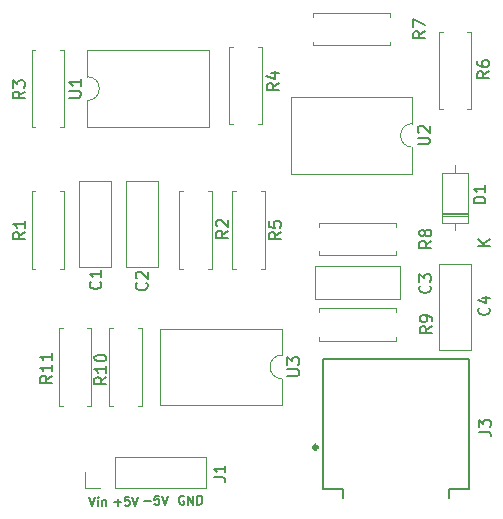
<source format=gbr>
%TF.GenerationSoftware,KiCad,Pcbnew,(6.0.6-0)*%
%TF.CreationDate,2022-08-05T14:47:47+04:00*%
%TF.ProjectId,AM Radio Receiver,414d2052-6164-4696-9f20-526563656976,rev?*%
%TF.SameCoordinates,Original*%
%TF.FileFunction,Legend,Top*%
%TF.FilePolarity,Positive*%
%FSLAX46Y46*%
G04 Gerber Fmt 4.6, Leading zero omitted, Abs format (unit mm)*
G04 Created by KiCad (PCBNEW (6.0.6-0)) date 2022-08-05 14:47:47*
%MOMM*%
%LPD*%
G01*
G04 APERTURE LIST*
%ADD10C,0.150000*%
%ADD11C,0.120000*%
%ADD12C,0.127000*%
%ADD13C,0.340000*%
G04 APERTURE END LIST*
D10*
X41635714Y-86953571D02*
X42207142Y-86953571D01*
X42921428Y-86489285D02*
X42564285Y-86489285D01*
X42528571Y-86846428D01*
X42564285Y-86810714D01*
X42635714Y-86775000D01*
X42814285Y-86775000D01*
X42885714Y-86810714D01*
X42921428Y-86846428D01*
X42957142Y-86917857D01*
X42957142Y-87096428D01*
X42921428Y-87167857D01*
X42885714Y-87203571D01*
X42814285Y-87239285D01*
X42635714Y-87239285D01*
X42564285Y-87203571D01*
X42528571Y-87167857D01*
X43171428Y-86489285D02*
X43421428Y-87239285D01*
X43671428Y-86489285D01*
X45028571Y-86525000D02*
X44957142Y-86489285D01*
X44850000Y-86489285D01*
X44742857Y-86525000D01*
X44671428Y-86596428D01*
X44635714Y-86667857D01*
X44600000Y-86810714D01*
X44600000Y-86917857D01*
X44635714Y-87060714D01*
X44671428Y-87132142D01*
X44742857Y-87203571D01*
X44850000Y-87239285D01*
X44921428Y-87239285D01*
X45028571Y-87203571D01*
X45064285Y-87167857D01*
X45064285Y-86917857D01*
X44921428Y-86917857D01*
X45385714Y-87239285D02*
X45385714Y-86489285D01*
X45814285Y-87239285D01*
X45814285Y-86489285D01*
X46171428Y-87239285D02*
X46171428Y-86489285D01*
X46350000Y-86489285D01*
X46457142Y-86525000D01*
X46528571Y-86596428D01*
X46564285Y-86667857D01*
X46600000Y-86810714D01*
X46600000Y-86917857D01*
X46564285Y-87060714D01*
X46528571Y-87132142D01*
X46457142Y-87203571D01*
X46350000Y-87239285D01*
X46171428Y-87239285D01*
X37032142Y-86589285D02*
X37282142Y-87339285D01*
X37532142Y-86589285D01*
X37782142Y-87339285D02*
X37782142Y-86839285D01*
X37782142Y-86589285D02*
X37746428Y-86625000D01*
X37782142Y-86660714D01*
X37817857Y-86625000D01*
X37782142Y-86589285D01*
X37782142Y-86660714D01*
X38139285Y-86839285D02*
X38139285Y-87339285D01*
X38139285Y-86910714D02*
X38175000Y-86875000D01*
X38246428Y-86839285D01*
X38353571Y-86839285D01*
X38425000Y-86875000D01*
X38460714Y-86946428D01*
X38460714Y-87339285D01*
X39135714Y-87053571D02*
X39707142Y-87053571D01*
X39421428Y-87339285D02*
X39421428Y-86767857D01*
X40421428Y-86589285D02*
X40064285Y-86589285D01*
X40028571Y-86946428D01*
X40064285Y-86910714D01*
X40135714Y-86875000D01*
X40314285Y-86875000D01*
X40385714Y-86910714D01*
X40421428Y-86946428D01*
X40457142Y-87017857D01*
X40457142Y-87196428D01*
X40421428Y-87267857D01*
X40385714Y-87303571D01*
X40314285Y-87339285D01*
X40135714Y-87339285D01*
X40064285Y-87303571D01*
X40028571Y-87267857D01*
X40671428Y-86589285D02*
X40921428Y-87339285D01*
X41171428Y-86589285D01*
%TO.C,R1*%
X31582380Y-64166666D02*
X31106190Y-64500000D01*
X31582380Y-64738095D02*
X30582380Y-64738095D01*
X30582380Y-64357142D01*
X30630000Y-64261904D01*
X30677619Y-64214285D01*
X30772857Y-64166666D01*
X30915714Y-64166666D01*
X31010952Y-64214285D01*
X31058571Y-64261904D01*
X31106190Y-64357142D01*
X31106190Y-64738095D01*
X31582380Y-63214285D02*
X31582380Y-63785714D01*
X31582380Y-63500000D02*
X30582380Y-63500000D01*
X30725238Y-63595238D01*
X30820476Y-63690476D01*
X30868095Y-63785714D01*
%TO.C,R8*%
X65977380Y-64916666D02*
X65501190Y-65250000D01*
X65977380Y-65488095D02*
X64977380Y-65488095D01*
X64977380Y-65107142D01*
X65025000Y-65011904D01*
X65072619Y-64964285D01*
X65167857Y-64916666D01*
X65310714Y-64916666D01*
X65405952Y-64964285D01*
X65453571Y-65011904D01*
X65501190Y-65107142D01*
X65501190Y-65488095D01*
X65405952Y-64345238D02*
X65358333Y-64440476D01*
X65310714Y-64488095D01*
X65215476Y-64535714D01*
X65167857Y-64535714D01*
X65072619Y-64488095D01*
X65025000Y-64440476D01*
X64977380Y-64345238D01*
X64977380Y-64154761D01*
X65025000Y-64059523D01*
X65072619Y-64011904D01*
X65167857Y-63964285D01*
X65215476Y-63964285D01*
X65310714Y-64011904D01*
X65358333Y-64059523D01*
X65405952Y-64154761D01*
X65405952Y-64345238D01*
X65453571Y-64440476D01*
X65501190Y-64488095D01*
X65596428Y-64535714D01*
X65786904Y-64535714D01*
X65882142Y-64488095D01*
X65929761Y-64440476D01*
X65977380Y-64345238D01*
X65977380Y-64154761D01*
X65929761Y-64059523D01*
X65882142Y-64011904D01*
X65786904Y-63964285D01*
X65596428Y-63964285D01*
X65501190Y-64011904D01*
X65453571Y-64059523D01*
X65405952Y-64154761D01*
%TO.C,C2*%
X41857142Y-68466666D02*
X41904761Y-68514285D01*
X41952380Y-68657142D01*
X41952380Y-68752380D01*
X41904761Y-68895238D01*
X41809523Y-68990476D01*
X41714285Y-69038095D01*
X41523809Y-69085714D01*
X41380952Y-69085714D01*
X41190476Y-69038095D01*
X41095238Y-68990476D01*
X41000000Y-68895238D01*
X40952380Y-68752380D01*
X40952380Y-68657142D01*
X41000000Y-68514285D01*
X41047619Y-68466666D01*
X41047619Y-68085714D02*
X41000000Y-68038095D01*
X40952380Y-67942857D01*
X40952380Y-67704761D01*
X41000000Y-67609523D01*
X41047619Y-67561904D01*
X41142857Y-67514285D01*
X41238095Y-67514285D01*
X41380952Y-67561904D01*
X41952380Y-68133333D01*
X41952380Y-67514285D01*
%TO.C,C1*%
X37957142Y-68366666D02*
X38004761Y-68414285D01*
X38052380Y-68557142D01*
X38052380Y-68652380D01*
X38004761Y-68795238D01*
X37909523Y-68890476D01*
X37814285Y-68938095D01*
X37623809Y-68985714D01*
X37480952Y-68985714D01*
X37290476Y-68938095D01*
X37195238Y-68890476D01*
X37100000Y-68795238D01*
X37052380Y-68652380D01*
X37052380Y-68557142D01*
X37100000Y-68414285D01*
X37147619Y-68366666D01*
X38052380Y-67414285D02*
X38052380Y-67985714D01*
X38052380Y-67700000D02*
X37052380Y-67700000D01*
X37195238Y-67795238D01*
X37290476Y-67890476D01*
X37338095Y-67985714D01*
%TO.C,R5*%
X53252380Y-64166666D02*
X52776190Y-64500000D01*
X53252380Y-64738095D02*
X52252380Y-64738095D01*
X52252380Y-64357142D01*
X52300000Y-64261904D01*
X52347619Y-64214285D01*
X52442857Y-64166666D01*
X52585714Y-64166666D01*
X52680952Y-64214285D01*
X52728571Y-64261904D01*
X52776190Y-64357142D01*
X52776190Y-64738095D01*
X52252380Y-63261904D02*
X52252380Y-63738095D01*
X52728571Y-63785714D01*
X52680952Y-63738095D01*
X52633333Y-63642857D01*
X52633333Y-63404761D01*
X52680952Y-63309523D01*
X52728571Y-63261904D01*
X52823809Y-63214285D01*
X53061904Y-63214285D01*
X53157142Y-63261904D01*
X53204761Y-63309523D01*
X53252380Y-63404761D01*
X53252380Y-63642857D01*
X53204761Y-63738095D01*
X53157142Y-63785714D01*
%TO.C,C4*%
X70857142Y-70566666D02*
X70904761Y-70614285D01*
X70952380Y-70757142D01*
X70952380Y-70852380D01*
X70904761Y-70995238D01*
X70809523Y-71090476D01*
X70714285Y-71138095D01*
X70523809Y-71185714D01*
X70380952Y-71185714D01*
X70190476Y-71138095D01*
X70095238Y-71090476D01*
X70000000Y-70995238D01*
X69952380Y-70852380D01*
X69952380Y-70757142D01*
X70000000Y-70614285D01*
X70047619Y-70566666D01*
X70285714Y-69709523D02*
X70952380Y-69709523D01*
X69904761Y-69947619D02*
X70619047Y-70185714D01*
X70619047Y-69566666D01*
%TO.C,J1*%
X47552380Y-84933333D02*
X48266666Y-84933333D01*
X48409523Y-84980952D01*
X48504761Y-85076190D01*
X48552380Y-85219047D01*
X48552380Y-85314285D01*
X48552380Y-83933333D02*
X48552380Y-84504761D01*
X48552380Y-84219047D02*
X47552380Y-84219047D01*
X47695238Y-84314285D01*
X47790476Y-84409523D01*
X47838095Y-84504761D01*
%TO.C,R10*%
X38452380Y-76442857D02*
X37976190Y-76776190D01*
X38452380Y-77014285D02*
X37452380Y-77014285D01*
X37452380Y-76633333D01*
X37500000Y-76538095D01*
X37547619Y-76490476D01*
X37642857Y-76442857D01*
X37785714Y-76442857D01*
X37880952Y-76490476D01*
X37928571Y-76538095D01*
X37976190Y-76633333D01*
X37976190Y-77014285D01*
X38452380Y-75490476D02*
X38452380Y-76061904D01*
X38452380Y-75776190D02*
X37452380Y-75776190D01*
X37595238Y-75871428D01*
X37690476Y-75966666D01*
X37738095Y-76061904D01*
X37452380Y-74871428D02*
X37452380Y-74776190D01*
X37500000Y-74680952D01*
X37547619Y-74633333D01*
X37642857Y-74585714D01*
X37833333Y-74538095D01*
X38071428Y-74538095D01*
X38261904Y-74585714D01*
X38357142Y-74633333D01*
X38404761Y-74680952D01*
X38452380Y-74776190D01*
X38452380Y-74871428D01*
X38404761Y-74966666D01*
X38357142Y-75014285D01*
X38261904Y-75061904D01*
X38071428Y-75109523D01*
X37833333Y-75109523D01*
X37642857Y-75061904D01*
X37547619Y-75014285D01*
X37500000Y-74966666D01*
X37452380Y-74871428D01*
%TO.C,U3*%
X53782380Y-76341904D02*
X54591904Y-76341904D01*
X54687142Y-76294285D01*
X54734761Y-76246666D01*
X54782380Y-76151428D01*
X54782380Y-75960952D01*
X54734761Y-75865714D01*
X54687142Y-75818095D01*
X54591904Y-75770476D01*
X53782380Y-75770476D01*
X53782380Y-75389523D02*
X53782380Y-74770476D01*
X54163333Y-75103809D01*
X54163333Y-74960952D01*
X54210952Y-74865714D01*
X54258571Y-74818095D01*
X54353809Y-74770476D01*
X54591904Y-74770476D01*
X54687142Y-74818095D01*
X54734761Y-74865714D01*
X54782380Y-74960952D01*
X54782380Y-75246666D01*
X54734761Y-75341904D01*
X54687142Y-75389523D01*
%TO.C,R11*%
X33852380Y-76342857D02*
X33376190Y-76676190D01*
X33852380Y-76914285D02*
X32852380Y-76914285D01*
X32852380Y-76533333D01*
X32900000Y-76438095D01*
X32947619Y-76390476D01*
X33042857Y-76342857D01*
X33185714Y-76342857D01*
X33280952Y-76390476D01*
X33328571Y-76438095D01*
X33376190Y-76533333D01*
X33376190Y-76914285D01*
X33852380Y-75390476D02*
X33852380Y-75961904D01*
X33852380Y-75676190D02*
X32852380Y-75676190D01*
X32995238Y-75771428D01*
X33090476Y-75866666D01*
X33138095Y-75961904D01*
X33852380Y-74438095D02*
X33852380Y-75009523D01*
X33852380Y-74723809D02*
X32852380Y-74723809D01*
X32995238Y-74819047D01*
X33090476Y-74914285D01*
X33138095Y-75009523D01*
%TO.C,U1*%
X35322380Y-52781904D02*
X36131904Y-52781904D01*
X36227142Y-52734285D01*
X36274761Y-52686666D01*
X36322380Y-52591428D01*
X36322380Y-52400952D01*
X36274761Y-52305714D01*
X36227142Y-52258095D01*
X36131904Y-52210476D01*
X35322380Y-52210476D01*
X36322380Y-51210476D02*
X36322380Y-51781904D01*
X36322380Y-51496190D02*
X35322380Y-51496190D01*
X35465238Y-51591428D01*
X35560476Y-51686666D01*
X35608095Y-51781904D01*
%TO.C,R4*%
X53052380Y-51566666D02*
X52576190Y-51900000D01*
X53052380Y-52138095D02*
X52052380Y-52138095D01*
X52052380Y-51757142D01*
X52100000Y-51661904D01*
X52147619Y-51614285D01*
X52242857Y-51566666D01*
X52385714Y-51566666D01*
X52480952Y-51614285D01*
X52528571Y-51661904D01*
X52576190Y-51757142D01*
X52576190Y-52138095D01*
X52385714Y-50709523D02*
X53052380Y-50709523D01*
X52004761Y-50947619D02*
X52719047Y-51185714D01*
X52719047Y-50566666D01*
%TO.C,U2*%
X64832380Y-56741904D02*
X65641904Y-56741904D01*
X65737142Y-56694285D01*
X65784761Y-56646666D01*
X65832380Y-56551428D01*
X65832380Y-56360952D01*
X65784761Y-56265714D01*
X65737142Y-56218095D01*
X65641904Y-56170476D01*
X64832380Y-56170476D01*
X64927619Y-55741904D02*
X64880000Y-55694285D01*
X64832380Y-55599047D01*
X64832380Y-55360952D01*
X64880000Y-55265714D01*
X64927619Y-55218095D01*
X65022857Y-55170476D01*
X65118095Y-55170476D01*
X65260952Y-55218095D01*
X65832380Y-55789523D01*
X65832380Y-55170476D01*
%TO.C,R2*%
X48752380Y-64066666D02*
X48276190Y-64400000D01*
X48752380Y-64638095D02*
X47752380Y-64638095D01*
X47752380Y-64257142D01*
X47800000Y-64161904D01*
X47847619Y-64114285D01*
X47942857Y-64066666D01*
X48085714Y-64066666D01*
X48180952Y-64114285D01*
X48228571Y-64161904D01*
X48276190Y-64257142D01*
X48276190Y-64638095D01*
X47847619Y-63685714D02*
X47800000Y-63638095D01*
X47752380Y-63542857D01*
X47752380Y-63304761D01*
X47800000Y-63209523D01*
X47847619Y-63161904D01*
X47942857Y-63114285D01*
X48038095Y-63114285D01*
X48180952Y-63161904D01*
X48752380Y-63733333D01*
X48752380Y-63114285D01*
%TO.C,R3*%
X31552380Y-52266666D02*
X31076190Y-52600000D01*
X31552380Y-52838095D02*
X30552380Y-52838095D01*
X30552380Y-52457142D01*
X30600000Y-52361904D01*
X30647619Y-52314285D01*
X30742857Y-52266666D01*
X30885714Y-52266666D01*
X30980952Y-52314285D01*
X31028571Y-52361904D01*
X31076190Y-52457142D01*
X31076190Y-52838095D01*
X30552380Y-51933333D02*
X30552380Y-51314285D01*
X30933333Y-51647619D01*
X30933333Y-51504761D01*
X30980952Y-51409523D01*
X31028571Y-51361904D01*
X31123809Y-51314285D01*
X31361904Y-51314285D01*
X31457142Y-51361904D01*
X31504761Y-51409523D01*
X31552380Y-51504761D01*
X31552380Y-51790476D01*
X31504761Y-51885714D01*
X31457142Y-51933333D01*
%TO.C,R6*%
X70852380Y-50566666D02*
X70376190Y-50900000D01*
X70852380Y-51138095D02*
X69852380Y-51138095D01*
X69852380Y-50757142D01*
X69900000Y-50661904D01*
X69947619Y-50614285D01*
X70042857Y-50566666D01*
X70185714Y-50566666D01*
X70280952Y-50614285D01*
X70328571Y-50661904D01*
X70376190Y-50757142D01*
X70376190Y-51138095D01*
X69852380Y-49709523D02*
X69852380Y-49900000D01*
X69900000Y-49995238D01*
X69947619Y-50042857D01*
X70090476Y-50138095D01*
X70280952Y-50185714D01*
X70661904Y-50185714D01*
X70757142Y-50138095D01*
X70804761Y-50090476D01*
X70852380Y-49995238D01*
X70852380Y-49804761D01*
X70804761Y-49709523D01*
X70757142Y-49661904D01*
X70661904Y-49614285D01*
X70423809Y-49614285D01*
X70328571Y-49661904D01*
X70280952Y-49709523D01*
X70233333Y-49804761D01*
X70233333Y-49995238D01*
X70280952Y-50090476D01*
X70328571Y-50138095D01*
X70423809Y-50185714D01*
%TO.C,D1*%
X70552380Y-61738095D02*
X69552380Y-61738095D01*
X69552380Y-61500000D01*
X69600000Y-61357142D01*
X69695238Y-61261904D01*
X69790476Y-61214285D01*
X69980952Y-61166666D01*
X70123809Y-61166666D01*
X70314285Y-61214285D01*
X70409523Y-61261904D01*
X70504761Y-61357142D01*
X70552380Y-61500000D01*
X70552380Y-61738095D01*
X70552380Y-60214285D02*
X70552380Y-60785714D01*
X70552380Y-60500000D02*
X69552380Y-60500000D01*
X69695238Y-60595238D01*
X69790476Y-60690476D01*
X69838095Y-60785714D01*
X70952380Y-65321904D02*
X69952380Y-65321904D01*
X70952380Y-64750476D02*
X70380952Y-65179047D01*
X69952380Y-64750476D02*
X70523809Y-65321904D01*
%TO.C,R7*%
X65452380Y-47166666D02*
X64976190Y-47500000D01*
X65452380Y-47738095D02*
X64452380Y-47738095D01*
X64452380Y-47357142D01*
X64500000Y-47261904D01*
X64547619Y-47214285D01*
X64642857Y-47166666D01*
X64785714Y-47166666D01*
X64880952Y-47214285D01*
X64928571Y-47261904D01*
X64976190Y-47357142D01*
X64976190Y-47738095D01*
X64452380Y-46833333D02*
X64452380Y-46166666D01*
X65452380Y-46595238D01*
%TO.C,C3*%
X65857142Y-68691666D02*
X65904761Y-68739285D01*
X65952380Y-68882142D01*
X65952380Y-68977380D01*
X65904761Y-69120238D01*
X65809523Y-69215476D01*
X65714285Y-69263095D01*
X65523809Y-69310714D01*
X65380952Y-69310714D01*
X65190476Y-69263095D01*
X65095238Y-69215476D01*
X65000000Y-69120238D01*
X64952380Y-68977380D01*
X64952380Y-68882142D01*
X65000000Y-68739285D01*
X65047619Y-68691666D01*
X64952380Y-68358333D02*
X64952380Y-67739285D01*
X65333333Y-68072619D01*
X65333333Y-67929761D01*
X65380952Y-67834523D01*
X65428571Y-67786904D01*
X65523809Y-67739285D01*
X65761904Y-67739285D01*
X65857142Y-67786904D01*
X65904761Y-67834523D01*
X65952380Y-67929761D01*
X65952380Y-68215476D01*
X65904761Y-68310714D01*
X65857142Y-68358333D01*
%TO.C,J3*%
X70002160Y-81058467D02*
X70716733Y-81058467D01*
X70859648Y-81106105D01*
X70954924Y-81201381D01*
X71002562Y-81344296D01*
X71002562Y-81439572D01*
X70002160Y-80677361D02*
X70002160Y-80058065D01*
X70383266Y-80391532D01*
X70383266Y-80248618D01*
X70430904Y-80153341D01*
X70478542Y-80105703D01*
X70573819Y-80058065D01*
X70812010Y-80058065D01*
X70907286Y-80105703D01*
X70954924Y-80153341D01*
X71002562Y-80248618D01*
X71002562Y-80534447D01*
X70954924Y-80629723D01*
X70907286Y-80677361D01*
%TO.C,R9*%
X66002380Y-72141666D02*
X65526190Y-72475000D01*
X66002380Y-72713095D02*
X65002380Y-72713095D01*
X65002380Y-72332142D01*
X65050000Y-72236904D01*
X65097619Y-72189285D01*
X65192857Y-72141666D01*
X65335714Y-72141666D01*
X65430952Y-72189285D01*
X65478571Y-72236904D01*
X65526190Y-72332142D01*
X65526190Y-72713095D01*
X66002380Y-71665476D02*
X66002380Y-71475000D01*
X65954761Y-71379761D01*
X65907142Y-71332142D01*
X65764285Y-71236904D01*
X65573809Y-71189285D01*
X65192857Y-71189285D01*
X65097619Y-71236904D01*
X65050000Y-71284523D01*
X65002380Y-71379761D01*
X65002380Y-71570238D01*
X65050000Y-71665476D01*
X65097619Y-71713095D01*
X65192857Y-71760714D01*
X65430952Y-71760714D01*
X65526190Y-71713095D01*
X65573809Y-71665476D01*
X65621428Y-71570238D01*
X65621428Y-71379761D01*
X65573809Y-71284523D01*
X65526190Y-71236904D01*
X65430952Y-71189285D01*
D11*
%TO.C,R1*%
X34870000Y-60730000D02*
X34540000Y-60730000D01*
X34540000Y-67270000D02*
X34870000Y-67270000D01*
X32130000Y-60730000D02*
X32460000Y-60730000D01*
X32130000Y-67270000D02*
X32130000Y-60730000D01*
X32460000Y-67270000D02*
X32130000Y-67270000D01*
X34870000Y-67270000D02*
X34870000Y-60730000D01*
%TO.C,R8*%
X63020000Y-66120000D02*
X56480000Y-66120000D01*
X56480000Y-63380000D02*
X56480000Y-63710000D01*
X63020000Y-63710000D02*
X63020000Y-63380000D01*
X63020000Y-63380000D02*
X56480000Y-63380000D01*
X56480000Y-66120000D02*
X56480000Y-65790000D01*
X63020000Y-65790000D02*
X63020000Y-66120000D01*
%TO.C,C2*%
X42870000Y-59880000D02*
X40130000Y-59880000D01*
X40130000Y-59880000D02*
X40130000Y-67120000D01*
X42870000Y-59880000D02*
X42870000Y-67120000D01*
X42870000Y-67120000D02*
X40130000Y-67120000D01*
%TO.C,C1*%
X38870000Y-59880000D02*
X38870000Y-67120000D01*
X38870000Y-67120000D02*
X36130000Y-67120000D01*
X38870000Y-59880000D02*
X36130000Y-59880000D01*
X36130000Y-59880000D02*
X36130000Y-67120000D01*
%TO.C,R5*%
X51540000Y-60730000D02*
X51870000Y-60730000D01*
X49460000Y-60730000D02*
X49130000Y-60730000D01*
X51870000Y-67270000D02*
X51540000Y-67270000D01*
X51870000Y-60730000D02*
X51870000Y-67270000D01*
X49130000Y-60730000D02*
X49130000Y-67270000D01*
X49130000Y-67270000D02*
X49460000Y-67270000D01*
%TO.C,C4*%
X66630000Y-74120000D02*
X69370000Y-74120000D01*
X69370000Y-74120000D02*
X69370000Y-66880000D01*
X66630000Y-74120000D02*
X66630000Y-66880000D01*
X66630000Y-66880000D02*
X69370000Y-66880000D01*
%TO.C,J1*%
X46910000Y-85830000D02*
X46910000Y-83170000D01*
X36630000Y-85830000D02*
X36630000Y-84500000D01*
X39230000Y-85830000D02*
X46910000Y-85830000D01*
X39230000Y-83170000D02*
X46910000Y-83170000D01*
X39230000Y-85830000D02*
X39230000Y-83170000D01*
X37960000Y-85830000D02*
X36630000Y-85830000D01*
%TO.C,R10*%
X38730000Y-72330000D02*
X39060000Y-72330000D01*
X41140000Y-78870000D02*
X41470000Y-78870000D01*
X38730000Y-78870000D02*
X38730000Y-72330000D01*
X41470000Y-78870000D02*
X41470000Y-72330000D01*
X39060000Y-78870000D02*
X38730000Y-78870000D01*
X41470000Y-72330000D02*
X41140000Y-72330000D01*
%TO.C,U3*%
X53330000Y-78815000D02*
X53330000Y-76580000D01*
X53330000Y-74580000D02*
X53330000Y-72345000D01*
X43050000Y-78815000D02*
X53330000Y-78815000D01*
X53330000Y-72345000D02*
X43050000Y-72345000D01*
X43050000Y-72345000D02*
X43050000Y-78815000D01*
X53330000Y-74580000D02*
G75*
G03*
X53330000Y-76580000I0J-1000000D01*
G01*
%TO.C,R11*%
X37170000Y-72330000D02*
X37170000Y-78870000D01*
X37170000Y-78870000D02*
X36840000Y-78870000D01*
X36840000Y-72330000D02*
X37170000Y-72330000D01*
X34430000Y-72330000D02*
X34430000Y-78870000D01*
X34760000Y-72330000D02*
X34430000Y-72330000D01*
X34430000Y-78870000D02*
X34760000Y-78870000D01*
%TO.C,U1*%
X36870000Y-55255000D02*
X47150000Y-55255000D01*
X47150000Y-48785000D02*
X36870000Y-48785000D01*
X47150000Y-55255000D02*
X47150000Y-48785000D01*
X36870000Y-53020000D02*
X36870000Y-55255000D01*
X36870000Y-48785000D02*
X36870000Y-51020000D01*
X36870000Y-53020000D02*
G75*
G03*
X36870000Y-51020000I0J1000000D01*
G01*
%TO.C,R4*%
X48880000Y-55020000D02*
X49210000Y-55020000D01*
X48880000Y-48480000D02*
X48880000Y-55020000D01*
X51620000Y-48480000D02*
X51620000Y-55020000D01*
X51620000Y-55020000D02*
X51290000Y-55020000D01*
X51290000Y-48480000D02*
X51620000Y-48480000D01*
X49210000Y-48480000D02*
X48880000Y-48480000D01*
%TO.C,U2*%
X64380000Y-59215000D02*
X64380000Y-56980000D01*
X64380000Y-54980000D02*
X64380000Y-52745000D01*
X64380000Y-52745000D02*
X54100000Y-52745000D01*
X54100000Y-59215000D02*
X64380000Y-59215000D01*
X54100000Y-52745000D02*
X54100000Y-59215000D01*
X64380000Y-54980000D02*
G75*
G03*
X64380000Y-56980000I0J-1000000D01*
G01*
%TO.C,R2*%
X47040000Y-67270000D02*
X47370000Y-67270000D01*
X44630000Y-67270000D02*
X44630000Y-60730000D01*
X47370000Y-60730000D02*
X47040000Y-60730000D01*
X47370000Y-67270000D02*
X47370000Y-60730000D01*
X44630000Y-60730000D02*
X44960000Y-60730000D01*
X44960000Y-67270000D02*
X44630000Y-67270000D01*
%TO.C,R3*%
X34870000Y-48730000D02*
X34870000Y-55270000D01*
X32130000Y-55270000D02*
X32460000Y-55270000D01*
X34540000Y-48730000D02*
X34870000Y-48730000D01*
X34870000Y-55270000D02*
X34540000Y-55270000D01*
X32460000Y-48730000D02*
X32130000Y-48730000D01*
X32130000Y-48730000D02*
X32130000Y-55270000D01*
%TO.C,R6*%
X66630000Y-53770000D02*
X66630000Y-47230000D01*
X69370000Y-53770000D02*
X69370000Y-47230000D01*
X66630000Y-47230000D02*
X66960000Y-47230000D01*
X66960000Y-53770000D02*
X66630000Y-53770000D01*
X69370000Y-47230000D02*
X69040000Y-47230000D01*
X69040000Y-53770000D02*
X69370000Y-53770000D01*
%TO.C,D1*%
X66880000Y-62770000D02*
X69120000Y-62770000D01*
X66880000Y-63370000D02*
X69120000Y-63370000D01*
X66880000Y-62530000D02*
X69120000Y-62530000D01*
X66880000Y-62650000D02*
X69120000Y-62650000D01*
X68000000Y-58480000D02*
X68000000Y-59130000D01*
X69120000Y-59130000D02*
X66880000Y-59130000D01*
X68000000Y-64020000D02*
X68000000Y-63370000D01*
X66880000Y-59130000D02*
X66880000Y-63370000D01*
X69120000Y-63370000D02*
X69120000Y-59130000D01*
%TO.C,R7*%
X55980000Y-48370000D02*
X55980000Y-48040000D01*
X62520000Y-45960000D02*
X62520000Y-45630000D01*
X62520000Y-48370000D02*
X55980000Y-48370000D01*
X62520000Y-48040000D02*
X62520000Y-48370000D01*
X55980000Y-45630000D02*
X55980000Y-45960000D01*
X62520000Y-45630000D02*
X55980000Y-45630000D01*
%TO.C,C3*%
X56130000Y-67080000D02*
X56130000Y-69820000D01*
X56130000Y-69820000D02*
X63370000Y-69820000D01*
X63370000Y-67080000D02*
X63370000Y-69820000D01*
X56130000Y-67080000D02*
X63370000Y-67080000D01*
D12*
%TO.C,J3*%
X56775000Y-74900000D02*
X69175000Y-74900000D01*
X56775000Y-85900000D02*
X58475000Y-85900000D01*
X58475000Y-85900000D02*
X58475000Y-86700000D01*
X69175000Y-74900000D02*
X69175000Y-85900000D01*
X67475000Y-85900000D02*
X67475000Y-86700000D01*
X67475000Y-85900000D02*
X69175000Y-85900000D01*
X56775000Y-74900000D02*
X56775000Y-85900000D01*
D13*
X56345000Y-82400000D02*
G75*
G03*
X56345000Y-82400000I-170000J0D01*
G01*
D11*
%TO.C,R9*%
X63020000Y-73370000D02*
X56480000Y-73370000D01*
X63020000Y-70630000D02*
X56480000Y-70630000D01*
X56480000Y-73370000D02*
X56480000Y-73040000D01*
X63020000Y-70960000D02*
X63020000Y-70630000D01*
X63020000Y-73040000D02*
X63020000Y-73370000D01*
X56480000Y-70630000D02*
X56480000Y-70960000D01*
%TD*%
M02*

</source>
